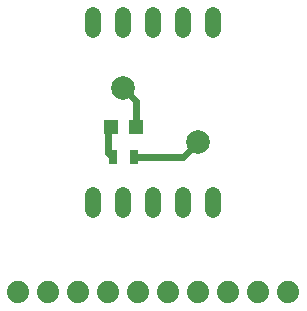
<source format=gbr>
G04 EAGLE Gerber RS-274X export*
G75*
%MOMM*%
%FSLAX34Y34*%
%LPD*%
%INTop Copper*%
%IPPOS*%
%AMOC8*
5,1,8,0,0,1.08239X$1,22.5*%
G01*
%ADD10C,1.879600*%
%ADD11C,1.320800*%
%ADD12R,0.800000X1.200000*%
%ADD13R,1.200000X1.200000*%
%ADD14C,2.000000*%
%ADD15C,0.609600*%


D10*
X50800Y25400D03*
X76200Y25400D03*
X101600Y25400D03*
X127000Y25400D03*
X152400Y25400D03*
X177800Y25400D03*
X203200Y25400D03*
X228600Y25400D03*
X254000Y25400D03*
X279400Y25400D03*
D11*
X114300Y94996D02*
X114300Y108204D01*
X139700Y108204D02*
X139700Y94996D01*
X165100Y94996D02*
X165100Y108204D01*
X190500Y108204D02*
X190500Y94996D01*
X215900Y94996D02*
X215900Y108204D01*
X215900Y247396D02*
X215900Y260604D01*
X190500Y260604D02*
X190500Y247396D01*
X165100Y247396D02*
X165100Y260604D01*
X139700Y260604D02*
X139700Y247396D01*
X114300Y247396D02*
X114300Y260604D01*
D12*
X148700Y139700D03*
X130700Y139700D03*
D13*
X129200Y165100D03*
X150200Y165100D03*
D14*
X203200Y152400D03*
D15*
X190500Y139700D01*
X148700Y139700D01*
D14*
X139700Y198120D03*
D15*
X150200Y187620D02*
X150200Y165100D01*
X150200Y187620D02*
X139700Y198120D01*
X127000Y143400D02*
X130700Y139700D01*
X127000Y143400D02*
X127000Y165100D01*
M02*

</source>
